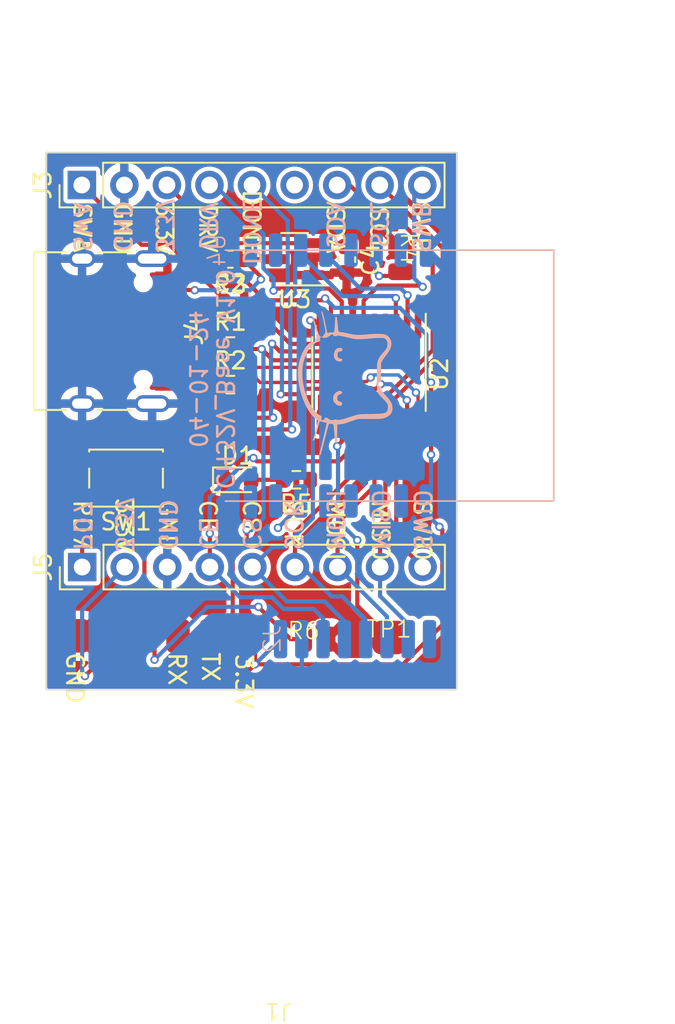
<source format=kicad_pcb>
(kicad_pcb (version 20221018) (generator pcbnew)
  (layers (0 "F.Cu" signal) (31 "B.Cu" signal) (34 "B.Paste" user) (35 "F.Paste" user) (36 "B.SilkS" user "B.Silkscreen") (37 "F.SilkS" user "F.Silkscreen") (38 "B.Mask" user) (39 "F.Mask" user) (44 "Edge.Cuts" user))
  (net 0 "")
  (net 1 "+3.3V")
  (net 2 "GND")
  (net 3 "Net-(U3-VI)")
  (net 4 "SCK")
  (net 5 "SW-A")
  (net 6 "DRIVE")
  (net 7 "DONE")
  (net 8 "CON2")
  (net 9 "SDA")
  (net 10 "SCL")
  (net 11 "SW-B")
  (net 12 "Net-(J4-CC1)")
  (net 13 "D+")
  (net 14 "D-")
  (net 16 "Net-(J4-CC2)")
  (net 18 "SWIO")
  (net 20 "PD7")
  (net 21 "RX")
  (net 22 "TX")
  (net 23 "CS")
  (net 24 "CE")
  (net 25 "MOSI")
  (net 26 "MISO")
  (net 27 "Net-(D1-A)")
  (net 28 "Net-(U4-STAT)")
  (net 39 "CON1")
  (net 41 "Net-(U2-PC3)")
  (footprint "Connector_PinHeader_2.54mm:PinHeader_1x09_P2.54mm_Vertical" (layer "F.Cu") (at 137.958418 90.031013 90)
    (fp_text reference "J3" (at 0 -2.33 90) (layer "F.SilkS"))
    (fp_text value "Conn_01x09_Pin")
    (pad "1" thru_hole rect (at 0 0 90) (size 1.7 1.7) (drill 1) (layers "*.Cu" "*.Mask") (net 5 "SW-A"))
    (pad "2" thru_hole oval (at 0 2.54 90) (size 1.7 1.7) (drill 1) (layers "*.Cu" "*.Mask") (net 2 "GND"))
    (pad "3" thru_hole oval (at 0 5.08 90) (size 1.7 1.7) (drill 1) (layers "*.Cu" "*.Mask") (net 1 "+3.3V"))
    (pad "4" thru_hole oval (at 0 7.62 90) (size 1.7 1.7) (drill 1) (layers "*.Cu" "*.Mask") (net 6 "DRIVE"))
    (pad "5" thru_hole oval (at 0 10.16 90) (size 1.7 1.7) (drill 1) (layers "*.Cu" "*.Mask") (net 7 "DONE"))
    (pad "6" thru_hole oval (at 0 12.7 90) (size 1.7 1.7) (drill 1) (layers "*.Cu" "*.Mask"))
    (pad "7" thru_hole oval (at 0 15.24 90) (size 1.7 1.7) (drill 1) (layers "*.Cu" "*.Mask") (net 9 "SDA"))
    (pad "8" thru_hole oval (at 0 17.78 90) (size 1.7 1.7) (drill 1) (layers "*.Cu" "*.Mask") (net 10 "SCL"))
    (pad "9" thru_hole oval (at 0 20.32 90) (size 1.7 1.7) (drill 1) (layers "*.Cu" "*.Mask") (net 11 "SW-B"))
  )
  (footprint "A_SensorNode:JDY-41" (layer "F.Cu") (at 149.7 138.8 180)
    (fp_text reference "J1" (at 0 -0.499999 180 unlocked) (layer "F.SilkS") (effects (font (thickness 0.1))))
    (fp_text value "Conn_01x06_Pin")
    (pad "1" smd roundrect (at 2 21.9 270) (size 2 1.4) (layers "F.Cu" "F.Paste" "F.Mask") (net 1 "+3.3V"))
    (pad "2" smd roundrect (at 4 21.9 270) (size 2 1.4) (layers "F.Cu" "F.Paste" "F.Mask") (net 22 "TX"))
    (pad "3" smd roundrect (at 6 21.9 270) (size 2 1.4) (layers "F.Cu" "F.Paste" "F.Mask") (net 21 "RX"))
    (pad "4" smd roundrect (at 8 21.9 270) (size 2 1.4) (layers "F.Cu" "F.Paste" "F.Mask") (net 8 "CON2"))
    (pad "5" smd roundrect (at 10 21.9 270) (size 2 1.4) (layers "F.Cu" "F.Paste" "F.Mask") (net 8 "CON2"))
    (pad "6" smd roundrect (at 12 21.9 270) (size 2 1.4) (layers "F.Cu" "F.Paste" "F.Mask") (net 2 "GND"))
  )
  (footprint "A_SensorNode:testpoint" (layer "F.Cu") (at 156.3 117)
    (fp_text reference "TP1" (at 0 -0.5 unlocked) (layer "F.SilkS") (effects (font (thickness 0.1))))
    (fp_text value "TestPoint")
    (pad "1" smd roundrect (at 0 0) (size 2 2) (layers "F.Cu" "F.Paste" "F.Mask") (net 41 "Net-(U2-PC3)"))
  )
  (footprint "A_SensorNode:Jumpper" (layer "F.Cu") (at 151.2 117.1)
    (fp_text reference "R6" (at 0 -0.5 unlocked) (layer "F.SilkS") (effects (font (thickness 0.1))))
    (fp_text value "0K")
    (pad "1" smd roundrect (at 0 0) (size 1 1.5) (layers "F.Cu" "F.Paste" "F.Mask") (net 8 "CON2"))
    (pad "2" smd roundrect (at 1.4 0) (size 1 1.5) (layers "F.Cu" "F.Paste" "F.Mask") (net 2 "GND"))
  )
  (footprint "Capacitor_SMD:C_0603_1608Metric" (layer "F.Cu") (at 146.824999 94.45 180)
    (fp_text reference "C2" (at 0 -1.43) (layer "F.SilkS"))
    (fp_text value "10u")
    (pad "1" smd roundrect (at -0.775 0 180) (size 0.9 0.95) (layers "F.Cu" "F.Paste" "F.Mask") (net 3 "Net-(U3-VI)"))
    (pad "2" smd roundrect (at 0.775 0 180) (size 0.9 0.95) (layers "F.Cu" "F.Paste" "F.Mask") (net 2 "GND"))
  )
  (footprint "Package_SO:TSSOP-20_4.4x6.5mm_P0.65mm" (layer "F.Cu") (at 155.1 101.3 -90)
    (fp_text reference "U2" (at 0 -4.2 90) (layer "F.SilkS"))
    (fp_text value "CH32V003F4P6")
    (pad "1" smd roundrect (at -2.8625 -2.925 270) (size 1.475 0.4) (layers "F.Cu" "F.Paste" "F.Mask") (net 14 "D-"))
    (pad "2" smd roundrect (at -2.8625 -2.275 270) (size 1.475 0.4) (layers "F.Cu" "F.Paste" "F.Mask") (net 22 "TX"))
    (pad "3" smd roundrect (at -2.8625 -1.625 270) (size 1.475 0.4) (layers "F.Cu" "F.Paste" "F.Mask") (net 21 "RX"))
    (pad "4" smd roundrect (at -2.8625 -0.975 270) (size 1.475 0.4) (layers "F.Cu" "F.Paste" "F.Mask") (net 20 "PD7"))
    (pad "5" smd roundrect (at -2.8625 -0.325 270) (size 1.475 0.4) (layers "F.Cu" "F.Paste" "F.Mask") (net 5 "SW-A"))
    (pad "6" smd roundrect (at -2.8625 0.325 270) (size 1.475 0.4) (layers "F.Cu" "F.Paste" "F.Mask") (net 11 "SW-B"))
    (pad "7" smd roundrect (at -2.8625 0.975 270) (size 1.475 0.4) (layers "F.Cu" "F.Paste" "F.Mask") (net 2 "GND"))
    (pad "8" smd roundrect (at -2.8625 1.625 270) (size 1.475 0.4) (layers "F.Cu" "F.Paste" "F.Mask") (net 6 "DRIVE"))
    (pad "9" smd roundrect (at -2.8625 2.275 270) (size 1.475 0.4) (layers "F.Cu" "F.Paste" "F.Mask") (net 1 "+3.3V"))
    (pad "10" smd roundrect (at -2.8625 2.925 270) (size 1.475 0.4) (layers "F.Cu" "F.Paste" "F.Mask") (net 23 "CS"))
    (pad "11" smd roundrect (at 2.8625 2.925 270) (size 1.475 0.4) (layers "F.Cu" "F.Paste" "F.Mask") (net 9 "SDA"))
    (pad "12" smd roundrect (at 2.8625 2.275 270) (size 1.475 0.4) (layers "F.Cu" "F.Paste" "F.Mask") (net 10 "SCL"))
    (pad "13" smd roundrect (at 2.8625 1.625 270) (size 1.475 0.4) (layers "F.Cu" "F.Paste" "F.Mask") (net 41 "Net-(U2-PC3)"))
    (pad "14" smd roundrect (at 2.8625 0.975 270) (size 1.475 0.4) (layers "F.Cu" "F.Paste" "F.Mask") (net 24 "CE"))
    (pad "15" smd roundrect (at 2.8625 0.325 270) (size 1.475 0.4) (layers "F.Cu" "F.Paste" "F.Mask") (net 4 "SCK"))
    (pad "16" smd roundrect (at 2.8625 -0.325 270) (size 1.475 0.4) (layers "F.Cu" "F.Paste" "F.Mask") (net 25 "MOSI"))
    (pad "17" smd roundrect (at 2.8625 -0.975 270) (size 1.475 0.4) (layers "F.Cu" "F.Paste" "F.Mask") (net 26 "MISO"))
    (pad "18" smd roundrect (at 2.8625 -1.625 270) (size 1.475 0.4) (layers "F.Cu" "F.Paste" "F.Mask") (net 18 "SWIO"))
    (pad "19" smd roundrect (at 2.8625 -2.275 270) (size 1.475 0.4) (layers "F.Cu" "F.Paste" "F.Mask") (net 7 "DONE"))
    (pad "20" smd roundrect (at 2.8625 -2.925 270) (size 1.475 0.4) (layers "F.Cu" "F.Paste" "F.Mask") (net 13 "D+"))
  )
  (footprint "Connector_PinHeader_2.54mm:PinHeader_1x09_P2.54mm_Vertical" (layer "F.Cu") (at 137.98 112.8 90)
    (fp_text reference "J5" (at 0 -2.33 90) (layer "F.SilkS"))
    (fp_text value "Conn_01x09_Pin")
    (pad "1" thru_hole rect (at 0 0 90) (size 1.7 1.7) (drill 1) (layers "*.Cu" "*.Mask") (net 20 "PD7"))
    (pad "2" thru_hole oval (at 0 2.54 90) (size 1.7 1.7) (drill 1) (layers "*.Cu" "*.Mask") (net 1 "+3.3V"))
    (pad "3" thru_hole oval (at 0 5.08 90) (size 1.7 1.7) (drill 1) (layers "*.Cu" "*.Mask") (net 2 "GND"))
    (pad "4" thru_hole oval (at 0 7.62 90) (size 1.7 1.7) (drill 1) (layers "*.Cu" "*.Mask") (net 24 "CE"))
    (pad "5" thru_hole oval (at 0 10.16 90) (size 1.7 1.7) (drill 1) (layers "*.Cu" "*.Mask") (net 23 "CS"))
    (pad "6" thru_hole oval (at 0 12.7 90) (size 1.7 1.7) (drill 1) (layers "*.Cu" "*.Mask") (net 4 "SCK"))
    (pad "7" thru_hole oval (at 0 15.24 90) (size 1.7 1.7) (drill 1) (layers "*.Cu" "*.Mask") (net 25 "MOSI"))
    (pad "8" thru_hole oval (at 0 17.78 90) (size 1.7 1.7) (drill 1) (layers "*.Cu" "*.Mask") (net 26 "MISO"))
    (pad "9" thru_hole oval (at 0 20.32 90) (size 1.7 1.7) (drill 1) (layers "*.Cu" "*.Mask") (net 18 "SWIO"))
  )
  (footprint "Resistor_SMD:R_0603_1608Metric" (layer "F.Cu") (at 146.824999 101.9275)
    (fp_text reference "R2" (at 0 -1.43) (layer "F.SilkS"))
    (fp_text value "5.1K")
    (pad "1" smd roundrect (at -0.825 0) (size 0.8 0.95) (layers "F.Cu" "F.Paste" "F.Mask") (net 16 "Net-(J4-CC2)"))
    (pad "2" smd roundrect (at 0.825 0) (size 0.8 0.95) (layers "F.Cu" "F.Paste" "F.Mask") (net 2 "GND"))
  )
  (footprint "LED_SMD:LED_0603_1608Metric" (layer "F.Cu") (at 147.274999 107.599999)
    (fp_text reference "D1" (at 0 -1.43) (layer "F.SilkS"))
    (fp_text value "LED")
    (pad "1" smd roundrect (at -0.7875 0) (size 0.875 0.95) (layers "F.Cu" "F.Paste" "F.Mask") (net 2 "GND"))
    (pad "2" smd roundrect (at 0.7875 0) (size 0.875 0.95) (layers "F.Cu" "F.Paste" "F.Mask") (net 27 "Net-(D1-A)"))
  )
  (footprint "Connector_USB:USB_C_Receptacle_HRO_TYPE-C-31-M-12" (layer "F.Cu") (at 139.024999 98.7375 -90)
    (fp_text reference "J4" (at 0 -5.645 90) (layer "F.SilkS"))
    (fp_text value "USB_C_Receptacle_USB2.0")
    (pad "" np_thru_hole circle (at -2.89 -2.6 270) (size 0.65 0.65) (drill 0.65) (layers "*.Cu" "*.Mask"))
    (pad "" np_thru_hole circle (at 2.89 -2.6 270) (size 0.65 0.65) (drill 0.65) (layers "*.Cu" "*.Mask"))
    (pad "A1" smd rect (at -3.25 -4.045 270) (size 0.6 1.45) (layers "F.Cu" "F.Paste" "F.Mask") (net 2 "GND"))
    (pad "A4" smd rect (at -2.45 -4.045 270) (size 0.6 1.45) (layers "F.Cu" "F.Paste" "F.Mask") (net 3 "Net-(U3-VI)"))
    (pad "A5" smd rect (at -1.25 -4.045 270) (size 0.3 1.45) (layers "F.Cu" "F.Paste" "F.Mask") (net 12 "Net-(J4-CC1)"))
    (pad "A6" smd rect (at -0.25 -4.045 270) (size 0.3 1.45) (layers "F.Cu" "F.Paste" "F.Mask") (net 13 "D+"))
    (pad "A7" smd rect (at 0.25 -4.045 270) (size 0.3 1.45) (layers "F.Cu" "F.Paste" "F.Mask") (net 14 "D-"))
    (pad "A8" smd rect (at 1.25 -4.045 270) (size 0.3 1.45) (layers "F.Cu" "F.Paste" "F.Mask"))
    (pad "A9" smd rect (at 2.45 -4.045 270) (size 0.6 1.45) (layers "F.Cu" "F.Paste" "F.Mask") (net 3 "Net-(U3-VI)"))
    (pad "A12" smd rect (at 3.25 -4.045 270) (size 0.6 1.45) (layers "F.Cu" "F.Paste" "F.Mask") (net 2 "GND"))
    (pad "B1" smd rect (at 3.25 -4.045 270) (size 0.6 1.45) (layers "F.Cu" "F.Paste" "F.Mask") (net 2 "GND"))
    (pad "B4" smd rect (at 2.45 -4.045 270) (size 0.6 1.45) (layers "F.Cu" "F.Paste" "F.Mask") (net 3 "Net-(U3-VI)"))
    (pad "B5" smd rect (at 1.75 -4.045 270) (size 0.3 1.45) (layers "F.Cu" "F.Paste" "F.Mask") (net 16 "Net-(J4-CC2)"))
    (pad "B6" smd rect (at 0.75 -4.045 270) (size 0.3 1.45) (layers "F.Cu" "F.Paste" "F.Mask") (net 13 "D+"))
    (pad "B7" smd rect (at -0.75 -4.045 270) (size 0.3 1.45) (layers "F.Cu" "F.Paste" "F.Mask") (net 14 "D-"))
    (pad "B8" smd rect (at -1.75 -4.045 270) (size 0.3 1.45) (layers "F.Cu" "F.Paste" "F.Mask"))
    (pad "B9" smd rect (at -2.45 -4.045 270) (size 0.6 1.45) (layers "F.Cu" "F.Paste" "F.Mask") (net 3 "Net-(U3-VI)"))
    (pad "B12" smd rect (at -3.25 -4.045 270) (size 0.6 1.45) (layers "F.Cu" "F.Paste" "F.Mask") (net 2 "GND"))
    (pad "S1" thru_hole oval (at -4.32 -3.13 270) (size 1 2.1) (drill oval 0.6 1.7) (layers "*.Cu" "*.Mask") (net 2 "GND"))
    (pad "S1" thru_hole oval (at -4.32 1.05 270) (size 1 1.6) (drill oval 0.6 1.2) (layers "*.Cu" "*.Mask") (net 2 "GND"))
    (pad "S1" thru_hole oval (at 4.32 -3.13 270) (size 1 2.1) (drill oval 0.6 1.7) (layers "*.Cu" "*.Mask") (net 2 "GND"))
    (pad "S1" thru_hole oval (at 4.32 1.05 270) (size 1 1.6) (drill oval 0.6 1.2) (layers "*.Cu" "*.Mask") (net 2 "GND"))
  )
  (footprint "Resistor_SMD:R_0603_1608Metric" (layer "F.Cu") (at 146.824999 97.4275)
    (fp_text reference "R3" (at 0 -1.43) (layer "F.SilkS"))
    (fp_text value "5.1K")
    (pad "1" smd roundrect (at -0.825 0) (size 0.8 0.95) (layers "F.Cu" "F.Paste" "F.Mask") (net 12 "Net-(J4-CC1)"))
    (pad "2" smd roundrect (at 0.825 0) (size 0.8 0.95) (layers "F.Cu" "F.Paste" "F.Mask") (net 2 "GND"))
  )
  (footprint "Button_Switch_SMD:SW_SPST_PTS810" (layer "F.Cu") (at 140.6 107.5 180)
    (fp_text reference "SW1" (at 0 -2.6) (layer "F.SilkS"))
    (fp_text value "SW_Push")
    (pad "1" smd rect (at -2.075 -1.075 180) (size 1.05 0.65) (layers "F.Cu" "F.Paste" "F.Mask") (net 20 "PD7"))
    (pad "1" smd rect (at 2.075 -1.075 180) (size 1.05 0.65) (layers "F.Cu" "F.Paste" "F.Mask") (net 20 "PD7"))
    (pad "2" smd rect (at -2.075 1.075 180) (size 1.05 0.65) (layers "F.Cu" "F.Paste" "F.Mask") (net 2 "GND"))
    (pad "2" smd rect (at 2.075 1.075 180) (size 1.05 0.65) (layers "F.Cu" "F.Paste" "F.Mask") (net 2 "GND"))
  )
  (footprint "Capacitor_SMD:C_0603_1608Metric" (layer "F.Cu") (at 153.762498 94.475 -90)
    (fp_text reference "C4" (at 0 -1.43 90) (layer "F.SilkS"))
    (fp_text value "1u")
    (pad "1" smd roundrect (at -0.775 0 270) (size 0.9 0.95) (layers "F.Cu" "F.Paste" "F.Mask") (net 1 "+3.3V"))
    (pad "2" smd roundrect (at 0.775 0 270) (size 0.9 0.95) (layers "F.Cu" "F.Paste" "F.Mask") (net 2 "GND"))
  )
  (footprint "A_SensorNode:Jumpper" (layer "F.Cu") (at 157 93.8 -90)
    (fp_text reference "R4" (at 0 -0.5 -90 unlocked) (layer "F.SilkS") (effects (font (thickness 0.1))))
    (fp_text value "0K")
    (pad "1" smd roundrect (at 0 0 270) (size 1 1.5) (layers "F.Cu" "F.Paste" "F.Mask") (net 2 "GND"))
    (pad "2" smd roundrect (at 1.4 0 270) (size 1 1.5) (layers "F.Cu" "F.Paste" "F.Mask") (net 39 "CON1"))
  )
  (footprint "Resistor_SMD:R_0603_1608Metric" (layer "F.Cu") (at 150.762498 107.6 180)
    (fp_text reference "R5" (at 0 -1.43) (layer "F.SilkS"))
    (fp_text value "R")
    (pad "1" smd roundrect (at -0.825 0 180) (size 0.8 0.95) (layers "F.Cu" "F.Paste" "F.Mask") (net 28 "Net-(U4-STAT)"))
    (pad "2" smd roundrect (at 0.825 0 180) (size 0.8 0.95) (layers "F.Cu" "F.Paste" "F.Mask") (net 27 "Net-(D1-A)"))
  )
  (footprint "Resistor_SMD:R_0603_1608Metric" (layer "F.Cu") (at 146.824999 99.6275)
    (fp_text reference "R1" (at 0 -1.43) (layer "F.SilkS"))
    (fp_text value "1.5K")
    (pad "1" smd roundrect (at -0.825 0) (size 0.8 0.95) (layers "F.Cu" "F.Paste" "F.Mask") (net 14 "D-"))
    (pad "2" smd roundrect (at 0.825 0) (size 0.8 0.95) (layers "F.Cu" "F.Paste" "F.Mask") (net 22 "TX"))
  )
  (footprint "Package_TO_SOT_SMD:SOT-23-3" (layer "F.Cu") (at 150.6625 94.45 180)
    (fp_text reference "U3" (at 0 -2.4) (layer "F.SilkS"))
    (fp_text value "XC6206PxxxMR")
    (pad "1" smd roundrect (at -1.1375 -0.95 180) (size 1.325 0.6) (layers "F.Cu" "F.Paste" "F.Mask") (net 2 "GND"))
    (pad "2" smd roundrect (at -1.1375 0.95 180) (size 1.325 0.6) (layers "F.Cu" "F.Paste" "F.Mask") (net 1 "+3.3V"))
    (pad "3" smd roundrect (at 1.1375 0 180) (size 1.325 0.6) (layers "F.Cu" "F.Paste" "F.Mask") (net 3 "Net-(U3-VI)"))
  )
  (footprint "A_SensorNode:Nrf24L01" (layer "B.Cu") (at 149.82 117.1 -90)
    (fp_text reference "J2" (at 0 0.5 90 unlocked) (layer "B.SilkS") (effects (font (thickness 0.1)) (justify mirror)))
    (fp_text value "Conn_01x08_Pin")
    (pad "1" smd roundrect (at 0 0 270) (size 2.286 0.8) (layers "B.Cu" "B.Paste" "B.Mask") (net 1 "+3.3V"))
    (pad "2" smd roundrect (at 0 -1.27 270) (size 2.286 0.8) (layers "B.Cu" "B.Paste" "B.Mask") (net 2 "GND"))
    (pad "3" smd roundrect (at 0 -2.54 270) (size 2.286 0.8) (layers "B.Cu" "B.Paste" "B.Mask") (net 24 "CE"))
    (pad "4" smd roundrect (at 0 -3.81 270) (size 2.286 0.8) (layers "B.Cu" "B.Paste" "B.Mask") (net 23 "CS"))
    (pad "5" smd roundrect (at 0 -5.08 270) (size 2.286 0.8) (layers "B.Cu" "B.Paste" "B.Mask") (net 4 "SCK"))
    (pad "6" smd roundrect (at 0 -6.35 270) (size 2.286 0.8) (layers "B.Cu" "B.Paste" "B.Mask") (net 25 "MOSI"))
    (pad "7" smd roundrect (at 0 -7.62 270) (size 2.286 0.8) (layers "B.Cu" "B.Paste" "B.Mask") (net 26 "MISO"))
    (pad "8" smd roundrect (at 0 -8.89 270) (size 2.286 0.8) (layers "B.Cu" "B.Paste" "B.Mask"))
  )
  (footprint "A_SensorNode:JDY-Base" (layer "B.Cu") (at 146.524999 93.9125 -90)
    (fp_text reference "U4" (at 0 0.5 90 unlocked) (layer "B.SilkS") (effects (font (thickness 0.1)) (justify mirror)))
    (fp_text value "~")
    (pad "1" smd roundrect (at 14.95 -12 270) (size 2 0.8) (layers "B.Cu" "B.Paste" "B.Mask") (net 1 "+3.3V"))
    (pad "2" smd roundrect (at 14.95 -10.5 270) (size 2 0.8) (layers "B.Cu" "B.Paste" "B.Mask"))
    (pad "3" smd roundrect (at 14.95 -9 270) (size 2 0.8) (layers "B.Cu" "B.Paste" "B.Mask"))
    (pad "4" smd roundrect (at 14.95 -7.5 270) (size 2 0.8) (layers "B.Cu" "B.Paste" "B.Mask"))
    (pad "5" smd roundrect (at 14.95 -6 270) (size 2 0.8) (layers "B.Cu" "B.Paste" "B.Mask"))
    (pad "6" smd roundrect (at 14.95 -4.5 270) (size 2 0.8) (layers "B.Cu" "B.Paste" "B.Mask") (net 28 "Net-(U4-STAT)"))
    (pad "7" smd roundrect (at 14.95 -3 270) (size 2 0.8) (layers "B.Cu" "B.Paste" "B.Mask"))
    (pad "8" smd roundrect (at 15 -1.5 270) (size 2 0.8) (layers "B.Cu" "B.Paste" "B.Mask"))
    (pad "17" smd roundrect (at 0 -1.5 270) (size 2 0.8) (layers "B.Cu" "B.Paste" "B.Mask"))
    (pad "18" smd roundrect (at 0 -3 270) (size 2 0.8) (layers "B.Cu" "B.Paste" "B.Mask"))
    (pad "19" smd roundrect (at 0 -4.5 270) (size 2 0.8) (layers "B.Cu" "B.Paste" "B.Mask") (net 21 "RX"))
    (pad "20" smd roundrect (at 0 -6 270) (size 2 0.8) (layers "B.Cu" "B.Paste" "B.Mask") (net 22 "TX"))
    (pad "21" smd roundrect (at 0 -7.5 270) (size 2 0.8) (layers "B.Cu" "B.Paste" "B.Mask"))
    (pad "22" smd roundrect (at 0 -9 270) (size 2 0.8) (layers "B.Cu" "B.Paste" "B.Mask") (net 39 "CON1"))
    (pad "23" smd roundrect (at 0 -10.5 270) (size 2 0.8) (layers "B.Cu" "B.Paste" "B.Mask"))
    (pad "24" smd roundrect (at 0 -12 270) (size 2 0.8) (layers "B.Cu" "B.Paste" "B.Mask") (net 2 "GND"))
  )
  (footprint "catIcon.preety:catIcon8x8" (layer "B.Cu") (at 153.7 101.7 90)
    (fp_text reference "G***" hide)
    (fp_text value "LOGO" hide)
  )
  (gr_poly (pts (xy 135.838416 88.100002) (xy 160.338417 88.1) (xy 160.338419 120.1) (xy 135.838418 120.1)) (stroke (width 0.1)) (fill none) (layer "Edge.Cuts"))
  (gr_text "SCL" (at 155.1 93.9 270) (layer "B.SilkS") (effects (font (size 1 1)) (justify left bottom mirror)))
  (gr_text "GND" (at 142.5 111.9 270) (layer "B.SilkS") (effects (font (size 1 1)) (justify left bottom mirror)))
  (gr_text "SCK" (at 150 111.9 270) (layer "B.SilkS") (effects (font (size 1 1)) (justify left bottom mirror)))
  (gr_text "DRV" (at 144.9 94 270) (layer "B.SilkS") (effects (font (size 1 1)) (justify left bottom mirror)))
  (gr_text "GND" (at 139.8 94.1 270) (layer "B.SilkS") (effects (font (size 1 1)) (justify left bottom mirror)))
  (gr_text "SWB" (at 157.6 94.2 270) (layer "B.SilkS") (effects (font (size 1 1)) (justify left bottom mirror)))
  (gr_text "3.3V" (at 142.3 94.2 270) (layer "B.SilkS") (effects (font (size 1 1)) (justify left bottom mirror)))
  (gr_text "SWIO" (at 157.7 111.9 270) (layer "B.SilkS") (effects (font (size 1 1)) (justify left bottom mirror)))
  (gr_text "SDA" (at 152.5 93.9 270) (layer "B.SilkS") (effects (font (size 1 1)) (justify left bottom mirror)))
  (gr_text "SWA" (at 137.4 94.1 -90) (layer "B.SilkS") (effects (font (size 1 1)) (justify left bottom mirror)))
  (gr_text "3.3V" (at 139.9 112 270) (layer "B.SilkS") (effects (font (size 1 1)) (justify left bottom mirror)))
  (gr_text "CS" (at 147.5 111.9 270) (layer "B.SilkS") (effects (font (size 1 1)) (justify left bottom mirror)))
  (gr_text "CE" (at 144.9 111.9 270) (layer "B.SilkS") (effects (font (size 1 1)) (justify left bottom mirror)))
  (gr_text "MISO" (at 155.2 111.9 270) (layer "B.SilkS") (effects (font (size 1 1)) (justify left bottom mirror)))
  (gr_text "DONE" (at 147.5 94.9 270) (layer "B.SilkS") (effects (font (size 1 1)) (justify left bottom mirror)))
  (gr_text "CH32V_Base V1.0\n04-01-24" (at 144.3 101.6 270) (layer "B.SilkS") (effects (font (size 1 1)) (justify bottom mirror)))
  (gr_text "PD7" (at 137.4 111.9 270) (layer "B.SilkS") (effects (font (size 1 1)) (justify left bottom mirror)))
  (gr_text "MOSI" (at 152.5 111.9 270) (layer "B.SilkS") (effects (font (size 1 1)) (justify left bottom mirror)))
  (gr_text "RX" (at 143.055079 117.799999 -90) (layer "F.SilkS") (effects (font (size 1 1)) (justify left bottom)))
  (gr_text "CS" (at 147.496501 108.7 -90) (layer "F.SilkS") (effects (font (size 1 1)) (justify left bottom)))
  (gr_text "SWB" (at 157.5965 90.9 -90) (layer "F.SilkS") (effects (font (size 1 1)) (justify left bottom)))
  (gr_text "DONE" (at 147.4965 90.2 -90) (layer "F.SilkS") (effects (font (size 1 1)) (justify left bottom)))
  (gr_text "3.3V" (at 147.055078 117.900001 -90) (layer "F.SilkS") (effects (font (size 1 1)) (justify left bottom)))
  (gr_text "SDA" (at 152.496501 91.2 -90) (layer "F.SilkS") (effects (font (size 1 1)) (justify left bottom)))
  (gr_text "GND" (at 139.7965 91 -90) (layer "F.SilkS") (effects (font (size 1 1)) (justify left bottom)))
  (gr_text "DRV" (at 144.8965 91.099999 -90) (layer "F.SilkS") (effects (font (size 1 1)) (justify left bottom)))
  (gr_text "PD7" (at 137.3965 108.7 -90) (layer "F.SilkS") (effects (font (size 1 1)) (justify left bottom)))
  (gr_text "TX" (at 145.055079 117.8 -90) (layer "F.SilkS") (effects (font (size 1 1)) (justify left bottom)))
  (gr_text "3.3V" (at 139.8965 108.6 -90) (layer "F.SilkS") (effects (font (size 1 1)) (justify left bottom)))
  (gr_text "MISO" (at 155.1965 108.7 -90) (layer "F.SilkS") (effects (font (size 1 1)) (justify left bottom)))
  (gr_text "SWA" (at 137.3965 91 -90) (layer "F.SilkS") (effects (font (size 1 1)) (justify left bottom)))
  (gr_text "MOSI" (at 152.496499 108.7 -90) (layer "F.SilkS") (effects (font (size 1 1)) (justify left bottom)))
  (gr_text "SCK" (at 149.996499 108.7 -90) (layer "F.SilkS") (effects (font (size 1 1)) (justify left bottom)))
  (gr_text "GND" (at 136.955078 117.8 -90) (layer "F.SilkS") (effects (font (size 1 1)) (justify left bottom)))
  (gr_text "SWIO" (at 157.6965 108.7 -90) (layer "F.SilkS") (effects (font (size 1 1)) (justify left bottom)))
  (gr_text "CE" (at 144.8965 108.7 -90) (layer "F.SilkS") (effects (font (size 1 1)) (justify left bottom)))
  (gr_text "GND" (at 142.496501 108.7 -90) (layer "F.SilkS") (effects (font (size 1 1)) (justify left bottom)))
  (gr_text "3.3V" (at 142.296499 90.9 -90) (layer "F.SilkS") (effects (font (size 1 1)) (justify left bottom)))
  (gr_text "SCL" (at 155.0965 91.2 -90) (layer "F.SilkS") (effects (font (size 1 1)) (justify left bottom)))
  (segment (start 159.475 110.575) (end 159.475 116.25) (width 0.25) (layer "F.Cu") (net 1))
  (segment (start 158.8 101.8) (end 158.8 106.1) (width 0.25) (layer "F.Cu") (net 1))
  (segment (start 159.475 116.25) (end 157.125 118.6) (width 0.25) (layer "F.Cu") (net 1))
  (segment (start 152.481017 96.793483) (end 152.3745 96.9) (width 0.25) (layer "F.Cu") (net 1))
  (segment (start 151.799998 93.500001) (end 153.562499 93.5) (width 0.25) (layer "F.Cu") (net 1))
  (segment (start 159.3 110.4) (end 159.475 110.575) (width 0.25) (layer "F.Cu") (net 1))
  (segment (start 148.9 96.9) (end 147.25 95.25) (width 0.25) (layer "F.Cu") (net 1))
  (segment (start 146.507405 93.5) (end 146.9 93.5) (width 0.25) (layer "F.Cu") (net 1))
  (segment (start 146.824999 94.927817) (end 146.824999 93.575001) (width 0.25) (layer "F.Cu") (net 1))
  (segment (start 148.3 118.6) (end 148.3 117.5) (width 0.25) (layer "F.Cu") (net 1))
  (segment (start 138.545406 118.9) (end 148 118.9) (width 0.25) (layer "F.Cu") (net 1))
  (segment (start 147.147182 95.25) (end 146.824999 94.927817) (width 0.25) (layer "F.Cu") (net 1))
  (segment (start 153.562499 93.5) (end 153.762498 93.699999) (width 0.25) (layer "F.Cu") (net 1))
  (segment (start 152.481017 96.793483) (end 152.825 97.137466) (width 0.25) (layer "F.Cu") (net 1))
  (segment (start 152.3745 96.9) (end 148.9 96.9) (width 0.25) (layer "F.Cu") (net 1))
  (segment (start 157.125 118.6) (end 148.3 118.6) (width 0.25) (layer "F.Cu") (net 1))
  (segment (start 148.3 117.5) (end 147.7 116.9) (width 0.25) (layer "F.Cu") (net 1))
  (segment (start 138.145406 119.3) (end 138.545406 118.9) (width 0.25) (layer "F.Cu") (net 1))
  (segment (start 146.824999 93.575001) (end 146.9 93.5) (width 0.25) (layer "F.Cu") (net 1))
  (segment (start 148 118.9) (end 148.3 118.6) (width 0.25) (layer "F.Cu") (net 1))
  (segment (start 146.9 93.5) (end 151.8 93.5) (width 0.25) (layer "F.Cu") (net 1))
  (segment (start 152.825 97.137466) (end 152.825 98.4375) (width 0.25) (layer "F.Cu") (net 1))
  (segment (start 147.25 95.25) (end 147.147182 95.25) (width 0.25) (layer "F.Cu") (net 1))
  (segment (start 143.038418 90.031013) (end 146.507405 93.5) (width 0.25) (layer "F.Cu") (net 1))
  (via (at 158.8 101.8) (size 0.5) (drill 0.3) (layers "F.Cu" "B.Cu") (net 1))
  (via (at 138.145406 119.3) (size 0.5) (drill 0.3) (layers "F.Cu" "B.Cu") (net 1))
  (via (at 152.481017 96.793483) (size 0.5) (drill 0.3) (layers "F.Cu" "B.Cu") (net 1))
  (via (at 158.8 106.1) (size 0.5) (drill 0.3) (layers "F.Cu" "B.Cu") (net 1))
  (via (at 148.3 118.6) (size 0.5) (drill 0.3) (layers "F.Cu" "B.Cu") (net 1))
  (via (at 159.3 110.4) (size 0.5) (drill 0.3) (layers "F.Cu" "B.Cu") (net 1))
  (segment (start 137.98 119.134594) (end 138.145406 119.3) (width 0.25) (layer "B.Cu") (net 1))
  (segment (start 158.524999 101.524999) (end 158.8 101.8) (width 0.25) (layer "B.Cu") (net 1))
  (segment (start 158.524999 109.624999) (end 159.3 110.4) (width 0.25) (layer "B.Cu") (net 1))
  (segment (start 156.938173 97.3495) (end 158.524999 98.936326) (width 0.25) (layer "B.Cu") (net 1))
  (segment (start 140.52 112.8) (end 137.98 115.34) (width 0.25) (layer "B.Cu") (net 1))
  (segment (start 137.98 115.34) (end 137.98 119.134594) (width 0.25) (layer "B.Cu") (net 1))
  (segment (start 158.524999 108.8625) (end 158.524999 109.624999) (width 0.25) (layer "B.Cu") (net 1))
  (segment (start 149.3 117.6) (end 148.3 118.6) (width 0.25) (layer "B.Cu") (net 1))
  (segment (start 153.037034 97.3495) (end 156.938173 97.3495) (width 0.25) (layer "B.Cu") (net 1))
  (segment (start 149.82 117.6) (end 149.3 117.6) (width 0.25) (layer "B.Cu") (net 1))
  (segment (start 158.524999 98.936326) (end 158.524999 101.524999) (width 0.25) (layer "B.Cu") (net 1))
  (segment (start 152.481017 96.793483) (end 153.037034 97.3495) (width 0.25) (layer "B.Cu") (net 1))
  (segment (start 158.8 108.587499) (end 158.524999 108.8625) (width 0.25) (layer "B.Cu") (net 1))
  (segment (start 158.8 106.1) (end 158.8 108.587499) (width 0.25) (layer "B.Cu") (net 1))
  (segment (start 151.09 119.59) (end 151.1 119.6) (width 0.25) (layer "B.Cu") (net 2))
  (segment (start 151.09 117.6) (end 151.09 119.59) (width 0.25) (layer "B.Cu") (net 2))
  (segment (start 143.069999 96.2875) (end 142.174948 96.2875) (width 0.25) (layer "F.Cu") (net 3))
  (segment (start 148.643767 95.493768) (end 147.599999 94.45) (width 0.25) (layer "F.Cu") (net 3))
  (segment (start 144.6875 96.2875) (end 144.7 96.3) (width 0.25) (layer "F.Cu") (net 3))
  (segment (start 141.375 100.317501) (end 142.244999 101.1875) (width 0.25) (layer "F.Cu") (net 3))
  (segment (start 142.174948 96.2875) (end 141.375 97.087448) (width 0.25) (layer "F.Cu") (net 3))
  (segment (start 142.244999 101.1875) (end 143.069999 101.1875) (width 0.25) (layer "F.Cu") (net 3))
  (segment (start 149.525 94.45) (end 147.599998 94.45) (width 0.25) (layer "F.Cu") (net 3))
  (segment (start 141.375 97.087448) (end 141.375 100.317501) (width 0.25) (layer "F.Cu") (net 3))
  (segment (start 143.069999 96.2875) (end 144.6875 96.2875) (width 0.25) (layer "F.Cu") (net 3))
  (segment (start 148.643767 95.656233) (end 148.643767 95.493768) (width 0.25) (layer "F.Cu") (net 3))
  (via (at 144.7 96.3) (size 0.5) (drill 0.3) (layers "F.Cu" "B.Cu") (net 3))
  (via (at 148.643767 95.656233) (size 0.5) (drill 0.3) (layers "F.Cu" "B.Cu") (net 3))
  (segment (start 148.643767 95.656233) (end 148 96.3) (width 0.25) (layer "B.Cu") (net 3))
  (segment (start 148 96.3) (end 144.7 96.3) (width 0.25) (layer "B.Cu") (net 3))
  (segment (start 154.775 106.625) (end 150.68 110.72) (width 0.25) (layer "F.Cu") (net 4))
  (segment (start 150.68 110.72) (end 150.68 112.8) (width 0.25) (layer "F.Cu") (net 4))
  (segment (start 154.775 104.1625) (end 154.775 106.625) (width 0.25) (layer "F.Cu") (net 4))
  (segment (start 153.499066 114.55) (end 154.9 115.950934) (width 0.25) (layer "B.Cu") (net 4))
  (segment (start 152.865462 114.55) (end 153.499066 114.55) (width 0.25) (layer "B.Cu") (net 4))
  (segment (start 151.115462 112.8) (end 152.865462 114.55) (width 0.25) (layer "B.Cu") (net 4))
  (segment (start 150.68 112.8) (end 151.115462 112.8) (width 0.25) (layer "B.Cu") (net 4))
  (segment (start 154.9 115.950934) (end 154.9 117.2) (width 0.25) (layer "B.Cu") (net 4))
  (segment (start 155.425 99.126041) (end 155.425 98.4375) (width 0.25) (layer "F.Cu") (net 5))
  (segment (start 150.4 99.5) (end 155.051041 99.5) (width 0.25) (layer "F.Cu") (net 5))
  (segment (start 146.924999 97.919962) (end 147.232537 98.2275) (width 0.25) (layer "F.Cu") (net 5))
  (segment (start 141.519905 93.5925) (end 143.1925 93.5925) (width 0.25) (layer "F.Cu") (net 5))
  (segment (start 147.232537 98.2275) (end 149.1275 98.2275) (width 0.25) (layer "F.Cu") (net 5))
  (segment (start 146.2275 96.6275) (end 146.617461 96.6275) (width 0.25) (layer "F.Cu") (net 5))
  (segment (start 149.1275 98.2275) (end 150.4 99.5) (width 0.25) (layer "F.Cu") (net 5))
  (segment (start 137.958418 90.031013) (end 141.519905 93.5925) (width 0.25) (layer "F.Cu") (net 5))
  (segment (start 143.1925 93.5925) (end 146.2275 96.6275) (width 0.25) (layer "F.Cu") (net 5))
  (segment (start 155.051041 99.5) (end 155.425 99.126041) (width 0.25) (layer "F.Cu") (net 5))
  (segment (start 146.924999 96.935038) (end 146.924999 97.919962) (width 0.25) (layer "F.Cu") (net 5))
  (segment (start 146.617461 96.6275) (end 146.924999 96.935038) (width 0.25) (layer "F.Cu") (net 5))
  (segment (start 149.5255 96.2) (end 152.7 96.2) (width 0.25) (layer "F.Cu") (net 6))
  (segment (start 153.475 96.975) (end 153.475 98.4375) (width 0.25) (layer "F.Cu") (net 6))
  (segment (start 152.7 96.2) (end 153.475 96.975) (width 0.25) (layer "F.Cu") (net 6))
  (segment (start 149.4 96.3255) (end 149.5255 96.2) (width 0.25) (layer "F.Cu") (net 6))
  (via (at 149.4 96.3255) (size 0.5) (drill 0.3) (layers "F.Cu" "B.Cu") (net 6))
  (segment (start 148.8 95) (end 148.8 92.945039) (width 0.25) (layer "B.Cu") (net 6))
  (segment (start 148.8 92.945039) (end 145.885974 90.031013) (width 0.25) (layer "B.Cu") (net 6))
  (segment (start 149.4 95.6) (end 148.8 95) (width 0.25) (layer "B.Cu") (net 6))
  (segment (start 145.885974 90.031013) (end 145.578418 90.031013) (width 0.25) (layer "B.Cu") (net 6))
  (segment (start 149.4 96.3255) (end 149.4 95.6) (width 0.25) (layer "B.Cu") (net 6))
  (segment (start 157.375 102.875) (end 157.356233 102.856233) (width 0.25) (layer "F.Cu") (net 7))
  (segment (start 157.3 104.2375) (end 157.375 104.1625) (width 0.25) (layer "F.Cu") (net 7))
  (segment (start 149.8245 102.5) (end 150.9 102.5) (width 0.25) (layer "F.Cu") (net 7))
  (segment (start 157.375 104.1625) (end 157.375 102.875) (width 0.25) (layer "F.Cu") (net 7))
  (segment (start 151.225 102.175) (end 155.525 102.175) (width 0.25) (layer "F.Cu") (net 7))
  (segment (start 150.9 102.5) (end 151.225 102.175) (width 0.25) (layer "F.Cu") (net 7))
  (segment (start 155.525 102.175) (end 155.8 101.9) (width 0.25) (layer "F.Cu") (net 7))
  (via (at 157.356233 102.856233) (size 0.5) (drill 0.3) (layers "F.Cu" "B.Cu") (net 7))
  (via (at 149.8245 102.5) (size 0.5) (drill 0.3) (layers "F.Cu" "B.Cu") (net 7))
  (via (at 155.8 101.9) (size 0.5) (drill 0.3) (layers "F.Cu" "B.Cu") (net 7))
  (segment (start 150.249999 92.162594) (end 148.118418 90.031013) (width 0.25) (layer "B.Cu") (net 7))
  (segment (start 150.249999 96.288674) (end 150.249999 92.162594) (width 0.25) (layer "B.Cu") (net 7))
  (segment (start 149.9 96.638673) (end 150.249999 96.288674) (width 0.25) (layer "B.Cu") (net 7))
  (segment (start 157.356233 102.856233) (end 157.337466 102.875) (width 0.25) (layer "B.Cu") (net 7))
  (segment (start 155.8 101.9) (end 156.4 101.9) (width 0.25) (layer "B.Cu") (net 7))
  (segment (start 156.4 101.9) (end 157.356233 102.856233) (width 0.25) (layer "B.Cu") (net 7))
  (segment (start 149.9 102.4245) (end 149.9 96.638673) (width 0.25) (layer "B.Cu") (net 7))
  (segment (start 149.8245 102.5) (end 149.9 102.4245) (width 0.25) (layer "B.Cu") (net 7))
  (segment (start 142.3 118.3255) (end 142.3 117.5) (width 0.25) (layer "F.Cu") (net 8))
  (segment (start 139.7 116.9) (end 141.7 116.9) (width 0.25) (layer "F.Cu") (net 8))
  (segment (start 151.2 117.1) (end 150.4255 117.1) (width 0.25) (layer "F.Cu") (net 8))
  (segment (start 150.4255 117.1) (end 148.5 115.1745) (width 0.25) (layer "F.Cu") (net 8))
  (segment (start 142.3 117.5) (end 141.7 116.9) (width 0.25) (layer "F.Cu") (net 8))
  (via (at 148.5 115.1745) (size 0.5) (drill 0.3) (layers "F.Cu" "B.Cu") (net 8))
  (via (at 142.3 118.3255) (size 0.5) (drill 0.3) (layers "F.Cu" "B.Cu") (net 8))
  (segment (start 148.5 115.1745) (end 145.451 115.1745) (width 0.25) (layer "B.Cu") (net 8))
  (segment (start 145.451 115.1745) (end 142.3 118.3255) (width 0.25) (layer "B.Cu") (net 8))
  (segment (start 156.138604 102.625) (end 158.9 99.863604) (width 0.25) (layer "F.Cu") (net 9))
  (segment (start 158.9 99.863604) (end 158.9 94.136827) (width 0.25) (layer "F.Cu") (net 9))
  (segment (start 155.313173 91.4) (end 153.944186 90.031013) (width 0.25) (layer "F.Cu") (net 9))
  (segment (start 153.944186 90.031013) (end 153.198418 90.031013) (width 0.25) (layer "F.Cu") (net 9))
  (segment (start 152.175 102.625) (end 156.138604 102.625) (width 0.25) (layer "F.Cu") (net 9))
  (segment (start 156.163173 91.4) (end 155.313173 91.4) (width 0.25) (layer "F.Cu") (net 9))
  (segment (start 158.9 94.136827) (end 156.163173 91.4) (width 0.25) (layer "F.Cu") (net 9))
  (segment (start 152.175 104.1625) (end 152.175 102.625) (width 0.25) (layer "F.Cu") (net 9))
  (segment (start 156.3 103.1) (end 153.198959 103.1) (width 0.25) (layer "F.Cu") (net 10))
  (segment (start 159.5 93.792595) (end 159.5 99.9) (width 0.25) (layer "F.Cu") (net 10))
  (segment (start 155.738418 90.031013) (end 159.5 93.792595) (width 0.25) (layer "F.Cu") (net 10))
  (segment (start 153.198959 103.1) (end 152.825 103.473959) (width 0.25) (layer "F.Cu") (net 10))
  (segment (start 159.5 99.9) (end 156.3 103.1) (width 0.25) (layer "F.Cu") (net 10))
  (segment (start 152.825 103.473959) (end 152.825 104.1625) (width 0.25) (layer "F.Cu") (net 10))
  (segment (start 158.3 96.1) (end 158.225 96.025) (width 0.25) (layer "F.Cu") (net 11))
  (segment (start 154.775 96.925) (end 154.775 98.4375) (width 0.25) (layer "F.Cu") (net 11))
  (segment (start 155.675 96.025) (end 154.775 96.925) (width 0.25) (layer "F.Cu") (net 11))
  (segment (start 158.225 96.025) (end 155.675 96.025) (width 0.25) (layer "F.Cu") (net 11))
  (via (at 158.3 96.1) (size 0.5) (drill 0.3) (layers "F.Cu" "B.Cu") (net 11))
  (segment (start 158.278418 90.031013) (end 157.799999 90.509432) (width 0.25) (layer "B.Cu") (net 11))
  (segment (start 157.799999 90.509432) (end 157.799999 95.599999) (width 0.25) (layer "B.Cu") (net 11))
  (segment (start 157.799999 95.599999) (end 158.3 96.1) (width 0.25) (layer "B.Cu") (net 11))
  (segment (start 143.069999 97.4875) (end 145.939999 97.4875) (width 0.25) (layer "F.Cu") (net 12))
  (segment (start 145.939999 97.4875) (end 145.999999 97.4275) (width 0.25) (layer "F.Cu") (net 12))
  (segment (start 150.998959 101.8) (end 148.6 101.8) (width 0.2) (layer "F.Cu") (net 13))
  (segment (start 143.069999 98.4875) (end 142.094999 98.4875) (width 0.2) (layer "F.Cu") (net 13))
  (segment (start 154.95 101.75) (end 151.048959 101.75) (width 0.2) (layer "F.Cu") (net 13))
  (segment (start 142.094999 98.4875) (end 141.8 98.782499) (width 0.2) (layer "F.Cu") (net 13))
  (segment (start 148.349999 101.549999) (end 148.349999 101.445393) (width 0.2) (layer "F.Cu") (net 13))
  (segment (start 144.2875 99.4875) (end 143.069999 99.4875) (width 0.2) (layer "F.Cu") (net 13))
  (segment (start 158.025 104.1625) (end 158.025 102.525) (width 0.2) (layer "F.Cu") (net 13))
  (segment (start 141.8 99.1) (end 142.1875 99.4875) (width 0.2) (layer "F.Cu") (net 13))
  (segment (start 142.1875 99.4875) (end 143.069999 99.4875) (width 0.2) (layer "F.Cu") (net 13))
  (segment (start 155.2 101.5) (end 154.95 101.75) (width 0.2) (layer "F.Cu") (net 13))
  (segment (start 148.004606 101.1) (end 145.9 101.1) (width 0.2) (layer "F.Cu") (net 13))
  (segment (start 141.8 98.782499) (end 141.8 99.1) (width 0.2) (layer "F.Cu") (net 13))
  (segment (start 145.9 101.1) (end 144.2875 99.4875) (width 0.2) (layer "F.Cu") (net 13))
  (segment (start 151.048959 101.75) (end 150.998959 101.8) (width 0.2) (layer "F.Cu") (net 13))
  (segment (start 148.349999 101.445393) (end 148.004606 101.1) (width 0.2) (layer "F.Cu") (net 13))
  (segment (start 158.025 102.525) (end 157.9 102.4) (width 0.2) (layer "F.Cu") (net 13))
  (segment (start 148.6 101.8) (end 148.349999 101.549999) (width 0.2) (layer "F.Cu") (net 13))
  (via (at 155.2 101.5) (size 0.5) (drill 0.3) (layers "F.Cu" "B.Cu") (net 13))
  (via (at 157.9 102.4) (size 0.5) (drill 0.3) (layers "F.Cu" "B.Cu") (net 13))
  (segment (start 156.85 101.35) (end 157.9 102.4) (width 0.2) (layer "B.Cu") (net 13))
  (segment (start 155.2 101.5) (end 155.35 101.35) (width 0.2) (layer "B.Cu") (net 13))
  (segment (start 155.35 101.35) (end 156.85 101.35) (width 0.2) (layer "B.Cu") (net 13))
  (segment (start 145.999999 99.6275) (end 147.072499 100.7) (width 0.2) (layer "F.Cu") (net 14))
  (segment (start 143.069999 98.9875) (end 145.359999 98.9875) (width 0.2) (layer "F.Cu") (net 14))
  (segment (start 156.215685 100.9) (end 158.025 99.090685) (width 0.2) (layer "F.Cu") (net 14))
  (segment (start 144.094999 98.9375) (end 144.094999 98.0375) (width 0.2) (layer "F.Cu") (net 14))
  (segment (start 147.072499 100.7) (end 148.170291 100.7) (width 0.2) (layer "F.Cu") (net 14))
  (segment (start 145.359999 98.9875) (end 145.999999 99.6275) (width 0.2) (layer "F.Cu") (net 14))
  (segment (start 143.069999 98.9875) (end 144.044999 98.9875) (width 0.2) (layer "F.Cu") (net 14))
  (segment (start 158.025 99.090685) (end 158.025 98.4375) (width 0.2) (layer "F.Cu") (net 14))
  (segment (start 148.370291 100.9) (end 156.215685 100.9) (width 0.2) (layer "F.Cu") (net 14))
  (segment (start 144.094999 98.0375) (end 144.044999 97.9875) (width 0.2) (layer "F.Cu") (net 14))
  (segment (start 144.044999 98.9875) (end 144.094999 98.9375) (width 0.2) (layer "F.Cu") (net 14))
  (segment (start 144.044999 97.9875) (end 143.069999 97.9875) (width 0.2) (layer "F.Cu") (net 14))
  (segment (start 148.170291 100.7) (end 148.370291 100.9) (width 0.2) (layer "F.Cu") (net 14))
  (segment (start 144.659999 100.4875) (end 143.069999 100.4875) (width 0.25) (layer "F.Cu") (net 16))
  (segment (start 144.659999 100.5875) (end 145.999999 101.9275) (width 0.25) (layer "F.Cu") (net 16))
  (segment (start 144.659999 100.4875) (end 144.659999 100.5875) (width 0.25) (layer "F.Cu") (net 16))
  (segment (start 156.725 111.225) (end 158.3 112.8) (width 0.25) (layer "F.Cu") (net 18))
  (segment (start 156.725 104.1625) (end 156.725 111.225) (width 0.25) (layer "F.Cu") (net 18))
  (segment (start 156.075 99.126041) (end 156.075 98.4375) (width 0.25) (layer "F.Cu") (net 20))
  (segment (start 137.98 112.8) (end 137.98 109.12) (width 0.25) (layer "F.Cu") (net 20))
  (segment (start 149.318132 99.490841) (end 149.777291 99.95) (width 0.25) (layer "F.Cu") (net 20))
  (segment (start 142.988604 108.575) (end 142.675 108.575) (width 0.25) (layer "F.Cu") (net 20))
  (segment (start 138.525 108.575) (end 142.675 108.575) (width 0.25) (layer "F.Cu") (net 20))
  (segment (start 147.663604 103.9) (end 142.988604 108.575) (width 0.25) (layer "F.Cu") (net 20))
  (segment (start 149.777291 99.95) (end 155.251041 99.95) (width 0.25) (layer "F.Cu") (net 20))
  (segment (start 155.251041 99.95) (end 156.075 99.126041) (width 0.25) (layer "F.Cu") (net 20))
  (segment (start 137.98 109.12) (end 138.525 108.575) (width 0.25) (layer "F.Cu") (net 20))
  (segment (start 149.3745 103.9) (end 147.663604 103.9) (width 0.25) (layer "F.Cu") (net 20))
  (via (at 149.3745 103.9) (size 0.5) (drill 0.3) (layers "F.Cu" "B.Cu") (net 20))
  (via (at 149.318132 99.490841) (size 0.5) (drill 0.3) (layers "F.Cu" "B.Cu") (net 20))
  (segment (start 149.318132 99.490841) (end 149.268767 99.540206) (width 0.25) (layer "B.Cu") (net 20))
  (segment (start 149.25 103.7755) (end 149.3745 103.9) (width 0.25) (layer "B.Cu") (net 20))
  (segment (start 149.268767 100.044406) (end 149.25 100.063173) (width 0.25) (layer "B.Cu") (net 20))
  (segment (start 149.268767 99.540206) (end 149.268767 100.044406) (width 0.25) (layer "B.Cu") (net 20))
  (segment (start 149.25 100.063173) (end 149.25 103.7755) (width 0.25) (layer "B.Cu") (net 20))
  (segment (start 144.3 107.9) (end 144.3 108.9) (width 0.25) (layer "F.Cu") (net 21))
  (segment (start 150.5 104.6) (end 147.6 104.6) (width 0.25) (layer "F.Cu") (net 21))
  (segment (start 147.6 104.6) (end 144.3 107.9) (width 0.25) (layer "F.Cu") (net 21))
  (segment (start 144.3 108.9) (end 141.695 111.505) (width 0.25) (layer "F.Cu") (net 21))
  (segment (start 141.695 114.895) (end 143.7 116.9) (width 0.25) (layer "F.Cu") (net 21))
  (segment (start 156.7 96.7745) (end 156.7 98.4125) (width 0.25) (layer "F.Cu") (net 21))
  (segment (start 156.7 98.4125) (end 156.725 98.4375) (width 0.25) (layer "F.Cu") (net 21))
  (segment (start 141.695 111.505) (end 141.695 114.895) (width 0.25) (layer "F.Cu") (net 21))
  (via (at 156.7 96.7745) (size 0.5) (drill 0.3) (layers "F.Cu" "B.Cu") (net 21))
  (via (at 150.5 104.6) (size 0.5) (drill 0.3) (layers "F.Cu" "B.Cu") (net 21))
  (segment (start 156.5755 96.65) (end 153.520037 96.65) (width 0.25) (layer "B.Cu") (net 21))
  (segment (start 156.7 96.7745) (end 156.5755 96.65) (width 0.25) (layer "B.Cu") (net 21))
  (segment (start 150.5 104.6) (end 150.4 104.5) (width 0.25) (layer "B.Cu") (net 21))
  (segment (start 150.699999 94.2375) (end 151.024999 93.9125) (width 0.25) (layer "B.Cu") (net 21))
  (segment (start 150.699999 96.47507) (end 150.699999 94.2375) (width 0.25) (layer "B.Cu") (net 21))
  (segment (start 153.520037 96.65) (end 151.024999 94.154962) (width 0.25) (layer "B.Cu") (net 21))
  (segment (start 151.024999 94.154962) (end 151.024999 93.9125) (width 0.25) (layer "B.Cu") (net 21))
  (segment (start 150.4 104.5) (end 150.4 96.775069) (width 0.25) (layer "B.Cu") (net 21))
  (segment (start 150.4 96.775069) (end 150.699999 96.47507) (width 0.25) (layer "B.Cu") (net 21))
  (segment (start 147.8 111.45) (end 146.965 112.285) (width 0.25) (layer "F.Cu") (net 22))
  (segment (start 148.693767 99.806233) (end 147.828732 99.806233) (width 0.25) (layer "F.Cu") (net 22))
  (segment (start 147.8 110.6) (end 147.8 111.45) (width 0.25) (layer "F.Cu") (net 22))
  (segment (start 147.828732 99.806233) (end 147.649999 99.6275) (width 0.25) (layer "F.Cu") (net 22))
  (segment (start 157.4 98.4125) (end 157.375 98.4375) (width 0.25) (layer "F.Cu") (net 22))
  (segment (start 157.375 99.139645) (end 156.039645 100.475) (width 0.25) (layer "F.Cu") (net 22))
  (segment (start 146.965 115.635) (end 145.7 116.9) (width 0.25) (layer "F.Cu") (net 22))
  (segment (start 157.4 96.6) (end 157.4 98.4125) (width 0.25) (layer "F.Cu") (net 22))
  (segment (start 157.375 98.4375) (end 157.375 99.139645) (width 0.25) (layer "F.Cu") (net 22))
  (segment (start 149.362534 100.475) (end 148.693767 99.806233) (width 0.25) (layer "F.Cu") (net 22))
  (segment (start 146.965 112.285) (end 146.965 115.635) (width 0.25) (layer "F.Cu") (net 22))
  (segment (start 156.039645 100.475) (end 149.362534 100.475) (width 0.25) (layer "F.Cu") (net 22))
  (via (at 147.8 110.6) (size 0.5) (drill 0.3) (layers "F.Cu" "B.Cu") (net 22))
  (via (at 157.4 96.6) (size 0.5) (drill 0.3) (layers "F.Cu" "B.Cu") (net 22))
  (via (at 148.693767 99.806233) (size 0.5) (drill 0.3) (layers "F.Cu" "B.Cu") (net 22))
  (segment (start 148.079961 110.6) (end 148.8 109.879961) (width 0.25) (layer "B.Cu") (net 22))
  (segment (start 148.8 109.879961) (end 148.8 99.912466) (width 0.25) (layer "B.Cu") (net 22))
  (segment (start 157 96.2) (end 157.4 96.6) (width 0.25) (layer "B.Cu") (net 22))
  (segment (start 147.8 110.6) (end 148.079961 110.6) (width 0.25) (layer "B.Cu") (net 22))
  (segment (start 152.524999 94.154962) (end 154.570037 96.2) (width 0.25) (layer "B.Cu") (net 22))
  (segment (start 154.570037 96.2) (end 157 96.2) (width 0.25) (layer "B.Cu") (net 22))
  (segment (start 152.524999 93.9125) (end 152.524999 94.154962) (width 0.25) (layer "B.Cu") (net 22))
  (segment (start 148.8 99.912466) (end 148.693767 99.806233) (width 0.25) (layer "B.Cu") (net 22))
  (segment (start 151.8375 98.1) (end 152.175 98.4375) (width 0.25) (layer "F.Cu") (net 23))
  (segment (start 151.599499 98.1) (end 151.8375 98.1) (width 0.25) (layer "F.Cu") (net 23))
  (via (at 151.599499 98.1) (size 0.5) (drill 0.3) (layers "F.Cu" "B.Cu") (net 23))
  (segment (start 152.45 114.85) (end 153.63 116.03) (width 0.25) (layer "B.Cu") (net 23))
  (segment (start 151.749999 109.879962) (end 150.029961 111.6) (width 0.25) (layer "B.Cu") (net 23))
  (segment (start 149.34 111.6) (end 148.14 112.8) (width 0.25) (layer "B.Cu") (net 23))
  (segment (start 153.63 116.03) (end 153.63 117.2) (width 0.25) (layer "B.Cu") (net 23))
  (segment (start 151.749999 98.2505) (end 151.749999 109.879962) (width 0.25) (layer "B.Cu") (net 23))
  (segment (start 150.029961 111.6) (end 149.34 111.6) (width 0.25) (layer "B.Cu") (net 23))
  (segment (start 148.14 112.8) (end 150.19 114.85) (width 0.25) (layer "B.Cu") (net 23))
  (segment (start 150.19 114.85) (end 152.45 114.85) (width 0.25) (layer "B.Cu") (net 23))
  (segment (start 151.599499 98.1) (end 151.749999 98.2505) (width 0.25) (layer "B.Cu") (net 23))
  (segment (start 145.6 112.8) (end 145.6 110.8) (width 0.25) (layer "F.Cu") (net 24))
  (segment (start 148.4 106.5) (end 153.3 106.5) (width 0.25) (layer "F.Cu") (net 24))
  (segment (start 148.2 106.3) (end 148.4 106.5) (width 0.25) (layer "F.Cu") (net 24))
  (segment (start 154.125 105.675) (end 154.125 104.1625) (width 0.25) (layer "F.Cu") (net 24))
  (segment (start 153.3 106.5) (end 154.125 105.675) (width 0.25) (layer "F.Cu") (net 24))
  (via (at 148.2 106.3) (size 0.5) (drill 0.3) (layers "F.Cu" "B.Cu") (net 24))
  (via (at 145.6 110.8) (size 0.5) (drill 0.3) (layers "F.Cu" "B.Cu") (net 24))
  (segment (start 147.4 114.6) (end 145.6 112.8) (width 0.25) (layer "B.Cu") (net 24))
  (segment (start 150.003604 115.3) (end 149.303604 114.6) (width 0.25) (layer "B.Cu") (net 24))
  (segment (start 152.36 115.86) (end 151.8 115.3) (width 0.25) (layer "B.Cu") (net 24))
  (segment (start 145.6 108.6255) (end 145.6 110.8) (width 0.25) (layer "B.Cu") (net 24))
  (segment (start 152.36 117.2) (end 152.36 115.86) (width 0.25) (layer "B.Cu") (net 24))
  (segment (start 151.8 115.3) (end 150.003604 115.3) (width 0.25) (layer "B.Cu") (net 24))
  (segment (start 148.2 106.3) (end 147.9255 106.3) (width 0.25) (layer "B.Cu") (net 24))
  (segment (start 147.9255 106.3) (end 145.6 108.6255) (width 0.25) (layer "B.Cu") (net 24))
  (segment (start 149.303604 114.6) (end 147.4 114.6) (width 0.25) (layer "B.Cu") (net 24))
  (segment (start 155.425 104.1625) (end 155.425 107.975) (width 0.25) (layer "F.Cu") (net 25))
  (segment (start 155.425 107.975) (end 153.22 110.18) (width 0.25) (layer "F.Cu") (net 25))
  (segment (start 153.22 110.18) (end 153.22 112.8) (width 0.25) (layer "F.Cu") (net 25))
  (segment (start 156.17 115.75) (end 156.17 117.2) (width 0.25) (layer "B.Cu") (net 25))
  (segment (start 153.22 112.8) (end 156.17 115.75) (width 0.25) (layer "B.Cu") (net 25))
  (segment (start 156.075 104.1625) (end 156.075 109.945) (width 0.25) (layer "F.Cu") (net 26))
  (segment (start 156.075 109.945) (end 155.76 110.26) (width 0.25) (layer "F.Cu") (net 26))
  (segment (start 155.76 110.26) (end 155.76 112.8) (width 0.25) (layer "F.Cu") (net 26))
  (segment (start 155.76 112.8) (end 155.76 114.532269) (width 0.25) (layer "B.Cu") (net 26))
  (segment (start 157.44 116.212269) (end 157.44 117.2) (width 0.25) (layer "B.Cu") (net 26))
  (segment (start 155.76 114.532269) (end 157.44 116.212269) (width 0.25) (layer "B.Cu") (net 26))
  (segment (start 149.937499 107.6) (end 148.0625 107.6) (width 0.25) (layer "F.Cu") (net 27))
  (segment (start 151.587498 108.540036) (end 151.587498 107.6) (width 0.25) (layer "F.Cu") (net 28))
  (segment (start 149.663767 110.463767) (end 151.587498 108.540036) (width 0.25) (layer "F.Cu") (net 28))
  (via (at 149.663767 110.463767) (size 0.5) (drill 0.3) (layers "F.Cu" "B.Cu") (net 28))
  (segment (start 149.666194 110.463767) (end 151.024999 109.104962) (width 0.25) (layer "B.Cu") (net 28))
  (segment (start 151.024999 109.104962) (end 151.024999 108.8625) (width 0.25) (layer "B.Cu") (net 28))
  (segment (start 149.663767 110.463767) (end 149.666194 110.463767) (width 0.25) (layer "B.Cu") (net 28))
  (segment (start 156.836827 95.2) (end 157 95.2) (width 0.25) (layer "F.Cu") (net 39))
  (segment (start 156.586327 95.4505) (end 156.836827 95.2) (width 0.25) (layer "F.Cu") (net 39))
  (segment (start 155.702326 95.4505) (end 156.586327 95.4505) (width 0.25) (layer "F.Cu") (net 39))
  (via (at 155.702326 95.4505) (size 0.5) (drill 0.3) (layers "F.Cu" "B.Cu") (net 39))
  (segment (start 155.702326 95.4505) (end 155.524999 95.273173) (width 0.25) (layer "B.Cu") (net 39))
  (segment (start 155.524999 95.273173) (end 155.524999 93.9125) (width 0.25) (layer "B.Cu") (net 39))
  (segment (start 154.4 115.1) (end 156.3 117) (width 0.25) (layer "F.Cu") (net 41))
  (segment (start 153.475 104.1625) (end 153.475 105.325) (width 0.25) (layer "F.Cu") (net 41))
  (segment (start 153.475 105.325) (end 153.2 105.6) (width 0.25) (layer "F.Cu") (net 41))
  (segment (start 154.4 111.2) (end 154.4 115.1) (width 0.25) (layer "F.Cu") (net 41))
  (via (at 154.4 111.2) (size 0.5) (drill 0.3) (layers "F.Cu" "B.Cu") (net 41))
  (via (at 153.2 105.6) (size 0.5) (drill 0.3) (layers "F.Cu" "B.Cu") (net 41))
  (segment (start 153.2 105.6) (end 153.249999 105.649999) (width 0.25) (layer "B.Cu") (net 41))
  (segment (start 153.249999 105.649999) (end 153.249999 110.049999) (width 0.25) (layer "B.Cu") (net 41))
  (segment (start 153.249999 110.049999) (end 154.4 111.2) (width 0.25) (layer "B.Cu") (net 41))
  (zone (net 2) (net_name "GND") (layers "F&B.Cu") (connect_pads (clearance 0.25)) (min_thickness 0.25) (fill yes (thermal_gap 0.5) (thermal_bridge_width 0.5))
    (polygon (pts (xy 135.9 88.078176) (xy 160.4 88.078176) (xy 160.4 120.078176) (xy 135.9 120.078176)))
  )
)
</source>
